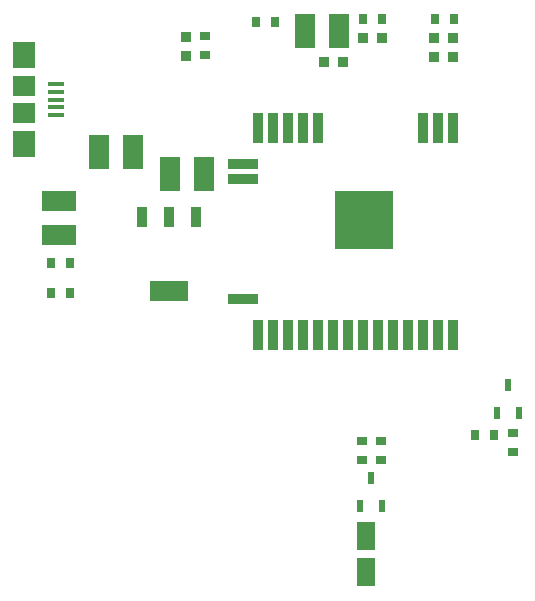
<source format=gtp>
G04 Layer_Color=8421504*
%FSLAX44Y44*%
%MOMM*%
G71*
G01*
G75*
%ADD10R,0.9500X0.8000*%
%ADD11R,0.9500X0.9500*%
%ADD12R,1.3500X0.4000*%
%ADD13R,1.3500X0.3000*%
%ADD14R,1.9000X2.3000*%
%ADD15R,1.9000X1.8000*%
%ADD16R,0.8000X0.9500*%
%ADD17R,1.8000X2.9000*%
%ADD18R,0.9500X0.9500*%
%ADD19R,0.9000X2.5400*%
%ADD20R,2.5400X0.9000*%
%ADD21R,5.0000X5.0000*%
%ADD22R,2.9000X1.8000*%
%ADD23R,0.9500X1.7500*%
%ADD24R,3.2000X1.7500*%
%ADD25R,1.5500X2.4000*%
%ADD26R,0.6000X1.0000*%
G36*
X314811Y302489D02*
X283151D01*
Y334137D01*
X314811D01*
Y302489D01*
D02*
G37*
D10*
X164000Y458000D02*
D03*
Y474000D02*
D03*
X297000Y115000D02*
D03*
Y131000D02*
D03*
X313000Y115000D02*
D03*
Y131000D02*
D03*
X425000Y138000D02*
D03*
Y122000D02*
D03*
D11*
X148000Y473000D02*
D03*
Y457000D02*
D03*
D12*
X37500Y407000D02*
D03*
Y433000D02*
D03*
D13*
Y413500D02*
D03*
Y420000D02*
D03*
Y426500D02*
D03*
D14*
X10750Y382500D02*
D03*
Y457500D02*
D03*
D15*
Y408500D02*
D03*
Y431500D02*
D03*
D16*
X207000Y486000D02*
D03*
X223000D02*
D03*
X314000Y488000D02*
D03*
X298000D02*
D03*
X359000D02*
D03*
X375000D02*
D03*
X34000Y256610D02*
D03*
X50000D02*
D03*
X34000Y282010D02*
D03*
X50000D02*
D03*
X408750Y136500D02*
D03*
X392750D02*
D03*
D17*
X248500Y478000D02*
D03*
X277500D02*
D03*
X103400Y375920D02*
D03*
X74400D02*
D03*
X134000Y357250D02*
D03*
X163000D02*
D03*
D18*
X265000Y452000D02*
D03*
X281000D02*
D03*
X314000Y472000D02*
D03*
X298000D02*
D03*
X358000D02*
D03*
X374000D02*
D03*
X358000Y456000D02*
D03*
X374000D02*
D03*
D19*
Y220800D02*
D03*
X361300D02*
D03*
X348600D02*
D03*
X335900D02*
D03*
X323200D02*
D03*
X310500D02*
D03*
X297800D02*
D03*
X285100D02*
D03*
X272400D02*
D03*
X259700D02*
D03*
X247000D02*
D03*
X234300D02*
D03*
X221600D02*
D03*
X208900D02*
D03*
Y396000D02*
D03*
X221600D02*
D03*
X234300D02*
D03*
X247000D02*
D03*
X259700D02*
D03*
X348600D02*
D03*
X361300D02*
D03*
X374000D02*
D03*
D20*
X196200Y251150D02*
D03*
Y352750D02*
D03*
Y365450D02*
D03*
D21*
X299000Y318300D02*
D03*
D22*
X40000Y305500D02*
D03*
Y334500D02*
D03*
D23*
X156350Y321060D02*
D03*
X133350D02*
D03*
X110350D02*
D03*
D24*
X133350Y258060D02*
D03*
D25*
X300000Y50250D02*
D03*
Y19750D02*
D03*
D26*
X295300Y75630D02*
D03*
X314300D02*
D03*
X304800Y99630D02*
D03*
X410870Y154370D02*
D03*
X429870D02*
D03*
X420370Y178370D02*
D03*
M02*

</source>
